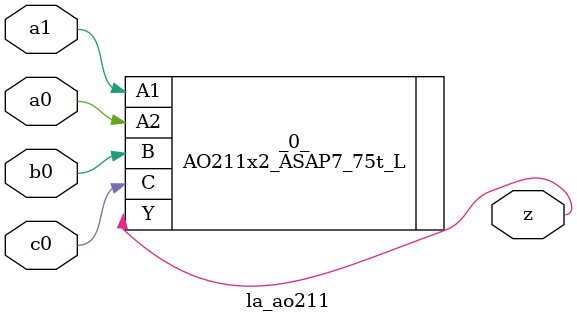
<source format=v>

/* Generated by Yosys 0.40 (git sha1 a1bb0255d, g++ 11.4.0-1ubuntu1~22.04 -fPIC -Os) */

module la_ao211(a0, a1, b0, c0, z);
  input a0;
  wire a0;
  input a1;
  wire a1;
  input b0;
  wire b0;
  input c0;
  wire c0;
  output z;
  wire z;
  AO211x2_ASAP7_75t_L _0_ (
    .A1(a1),
    .A2(a0),
    .B(b0),
    .C(c0),
    .Y(z)
  );
endmodule

</source>
